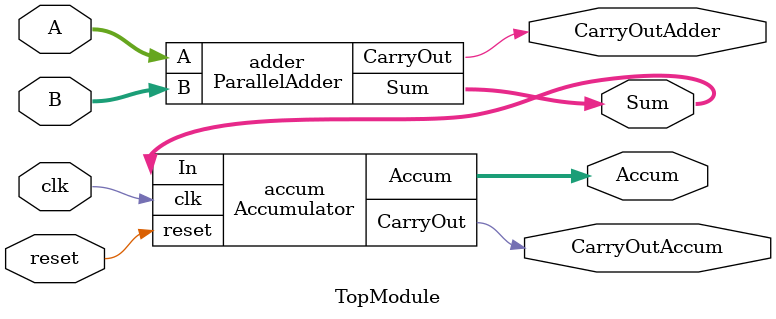
<source format=v>


module ParallelAdder (
    input [3:0] A,    // 4-bit input A
    input [3:0] B,    // 4-bit input B
    output [3:0] Sum, // 4-bit output Sum
    output CarryOut   // Carry Out
);
    assign {CarryOut, Sum} = A + B; // Perform 4-bit addition
endmodule

module Accumulator (
    input clk,        // Clock signal
    input reset,      // Reset signal
    input [3:0] In,   // 4-bit input to accumulate
    output reg [3:0] Accum, // 4-bit accumulated value
    output reg CarryOut // Carry Out from accumulation
);
    always @(posedge clk or posedge reset) begin
        if (reset) begin
            Accum <= 4'b0000; // Reset accumulated value to 0
            CarryOut <= 1'b0; // Reset carry out to 0
        end else begin
            {CarryOut, Accum} <= Accum + In; // Accumulate input value
        end
    end
endmodule

module TopModule (
    input clk,          // Clock signal
    input reset,        // Reset signal
    input [3:0] A,      // 4-bit input A
    input [3:0] B,      // 4-bit input B
    output [3:0] Sum,   // 4-bit sum output from adder
    output CarryOutAdder, // Carry out from adder
    output [3:0] Accum, // 4-bit accumulated value
    output CarryOutAccum // Carry out from accumulator
);

    // Instantiate Parallel Adder
    ParallelAdder adder (
        .A(A),
        .B(B),
        .Sum(Sum),
        .CarryOut(CarryOutAdder)
    );

    // Instantiate Accumulator
    Accumulator accum (
        .clk(clk),
        .reset(reset),
        .In(Sum),
        .Accum(Accum),
        .CarryOut(CarryOutAccum)
    );

endmodule

</source>
